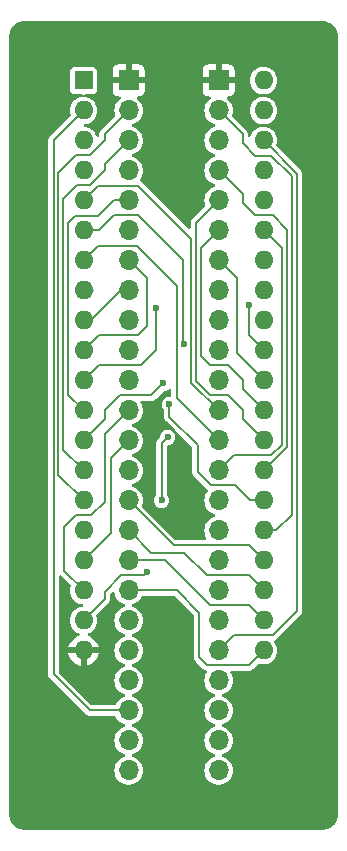
<source format=gbr>
G04 #@! TF.GenerationSoftware,KiCad,Pcbnew,7.0.11+dfsg-1build4*
G04 #@! TF.CreationDate,2024-11-01T15:52:10+09:00*
G04 #@! TF.ProjectId,bionic-cdp1802,62696f6e-6963-42d6-9364-70313830322e,7*
G04 #@! TF.SameCoordinates,Original*
G04 #@! TF.FileFunction,Copper,L2,Bot*
G04 #@! TF.FilePolarity,Positive*
%FSLAX46Y46*%
G04 Gerber Fmt 4.6, Leading zero omitted, Abs format (unit mm)*
G04 Created by KiCad (PCBNEW 7.0.11+dfsg-1build4) date 2024-11-01 15:52:10*
%MOMM*%
%LPD*%
G01*
G04 APERTURE LIST*
G04 #@! TA.AperFunction,ComponentPad*
%ADD10R,1.600000X1.600000*%
G04 #@! TD*
G04 #@! TA.AperFunction,ComponentPad*
%ADD11O,1.600000X1.600000*%
G04 #@! TD*
G04 #@! TA.AperFunction,ComponentPad*
%ADD12O,1.700000X1.700000*%
G04 #@! TD*
G04 #@! TA.AperFunction,ComponentPad*
%ADD13R,1.700000X1.700000*%
G04 #@! TD*
G04 #@! TA.AperFunction,ViaPad*
%ADD14C,0.600000*%
G04 #@! TD*
G04 #@! TA.AperFunction,Conductor*
%ADD15C,0.200000*%
G04 #@! TD*
G04 APERTURE END LIST*
D10*
X107350000Y-75080000D03*
D11*
X107350000Y-77620000D03*
X107350000Y-80160000D03*
X107350000Y-82700000D03*
X107350000Y-85240000D03*
X107350000Y-87780000D03*
X107350000Y-90320000D03*
X107350000Y-92860000D03*
X107350000Y-95400000D03*
X107350000Y-97940000D03*
X107350000Y-100480000D03*
X107350000Y-103020000D03*
X107350000Y-105560000D03*
X107350000Y-108100000D03*
X107350000Y-110640000D03*
X107350000Y-113180000D03*
X107350000Y-115720000D03*
X107350000Y-118260000D03*
X107350000Y-120800000D03*
X107350000Y-123340000D03*
X122590000Y-123340000D03*
X122590000Y-120800000D03*
X122590000Y-118260000D03*
X122590000Y-115720000D03*
X122590000Y-113180000D03*
X122590000Y-110640000D03*
X122590000Y-108100000D03*
X122590000Y-105560000D03*
X122590000Y-103020000D03*
X122590000Y-100480000D03*
X122590000Y-97940000D03*
X122590000Y-95400000D03*
X122590000Y-92860000D03*
X122590000Y-90320000D03*
X122590000Y-87780000D03*
X122590000Y-85240000D03*
X122590000Y-82700000D03*
X122590000Y-80160000D03*
X122590000Y-77620000D03*
X122590000Y-75080000D03*
D12*
X118780000Y-133500000D03*
X118780000Y-130960000D03*
X118780000Y-128420000D03*
X118780000Y-125880000D03*
X118780000Y-123340000D03*
X118780000Y-120800000D03*
X118780000Y-118260000D03*
X118780000Y-115720000D03*
X118780000Y-113180000D03*
X118780000Y-110640000D03*
X118780000Y-108100000D03*
X118780000Y-105560000D03*
X118780000Y-103020000D03*
X118780000Y-100480000D03*
X118780000Y-97940000D03*
X118780000Y-95400000D03*
X118780000Y-92860000D03*
X118780000Y-90320000D03*
X118780000Y-87780000D03*
X118780000Y-85240000D03*
X118780000Y-82700000D03*
X118780000Y-80160000D03*
X118780000Y-77620000D03*
D13*
X118780000Y-75080000D03*
X111160000Y-75080000D03*
D12*
X111160000Y-77620000D03*
X111160000Y-80160000D03*
X111160000Y-82700000D03*
X111160000Y-85240000D03*
X111160000Y-87780000D03*
X111160000Y-90320000D03*
X111160000Y-92860000D03*
X111160000Y-95400000D03*
X111160000Y-97940000D03*
X111160000Y-100480000D03*
X111160000Y-103020000D03*
X111160000Y-105560000D03*
X111160000Y-108100000D03*
X111160000Y-110640000D03*
X111160000Y-113180000D03*
X111160000Y-115720000D03*
X111160000Y-118260000D03*
X111160000Y-120800000D03*
X111160000Y-123340000D03*
X111160000Y-125880000D03*
X111160000Y-128420000D03*
X111160000Y-130960000D03*
X111160000Y-133500000D03*
D14*
X116240000Y-83970000D03*
X115224000Y-106322000D03*
X122590000Y-125118000D03*
X122590000Y-128420000D03*
X114716000Y-120292000D03*
X106207000Y-129690000D03*
X116367000Y-131595000D03*
X115097000Y-109497000D03*
X114116000Y-100734000D03*
X113446000Y-94384000D03*
X112684000Y-116736000D03*
X114462000Y-105306000D03*
X113954000Y-110640000D03*
X115824000Y-97432000D03*
X121320000Y-94130000D03*
X114624000Y-102512000D03*
D15*
X105210000Y-82935000D02*
X106715000Y-81430000D01*
X106715000Y-81430000D02*
X107858000Y-81430000D01*
X109128000Y-79652000D02*
X111160000Y-77620000D01*
X107350000Y-110640000D02*
X105210000Y-108500000D01*
X105210000Y-108500000D02*
X105210000Y-82935000D01*
X107858000Y-81430000D02*
X109128000Y-80160000D01*
X109128000Y-80160000D02*
X109128000Y-79652000D01*
X105610000Y-85151200D02*
X106791200Y-83970000D01*
X106791200Y-83970000D02*
X107858000Y-83970000D01*
X107858000Y-83970000D02*
X109128000Y-82700000D01*
X109128000Y-82700000D02*
X109128000Y-82192000D01*
X109128000Y-82192000D02*
X111160000Y-80160000D01*
X107350000Y-108100000D02*
X105610000Y-106360000D01*
X105610000Y-106360000D02*
X105610000Y-85151200D01*
X114116000Y-100734000D02*
X113100000Y-101750000D01*
X109128000Y-103020000D02*
X109128000Y-103782000D01*
X113100000Y-101750000D02*
X110398000Y-101750000D01*
X110398000Y-101750000D02*
X109128000Y-103020000D01*
X109128000Y-103782000D02*
X107350000Y-105560000D01*
X106010000Y-87185500D02*
X106010000Y-101680000D01*
X108594600Y-86535400D02*
X106660100Y-86535400D01*
X107350000Y-103020000D02*
X107604000Y-102766000D01*
X109890000Y-85240000D02*
X108594600Y-86535400D01*
X106010000Y-101680000D02*
X107350000Y-103020000D01*
X106660100Y-86535400D02*
X106010000Y-87185500D01*
X111160000Y-85240000D02*
X109890000Y-85240000D01*
X113446000Y-94384000D02*
X113446000Y-97940000D01*
X108620000Y-99210000D02*
X107350000Y-100480000D01*
X113446000Y-97940000D02*
X112176000Y-99210000D01*
X112176000Y-99210000D02*
X108620000Y-99210000D01*
X111160000Y-90320000D02*
X112684000Y-91844000D01*
X108620000Y-96670000D02*
X107350000Y-97940000D01*
X111922000Y-96670000D02*
X108620000Y-96670000D01*
X112684000Y-91844000D02*
X112684000Y-95908000D01*
X112684000Y-95908000D02*
X111922000Y-96670000D01*
X110525000Y-92860000D02*
X107985000Y-95400000D01*
X107985000Y-95400000D02*
X107350000Y-95400000D01*
X111160000Y-92860000D02*
X110525000Y-92860000D01*
X110652000Y-95400000D02*
X111160000Y-95400000D01*
X107350000Y-92860000D02*
X108112000Y-92860000D01*
X110525000Y-116990000D02*
X109128000Y-118387000D01*
X109128000Y-119022000D02*
X107350000Y-120800000D01*
X112684000Y-116736000D02*
X112430000Y-116990000D01*
X112430000Y-116990000D02*
X110525000Y-116990000D01*
X109128000Y-118387000D02*
X109128000Y-119022000D01*
X109128000Y-105052000D02*
X109128000Y-110792400D01*
X108010400Y-111910000D02*
X106689600Y-111910000D01*
X106689600Y-111910000D02*
X105699000Y-112900600D01*
X105699000Y-116609000D02*
X107350000Y-118260000D01*
X111160000Y-103020000D02*
X109128000Y-105052000D01*
X109128000Y-110792400D02*
X108010400Y-111910000D01*
X105699000Y-112900600D02*
X105699000Y-116609000D01*
X111160000Y-105560000D02*
X109636000Y-107084000D01*
X109636000Y-113434000D02*
X107350000Y-115720000D01*
X109636000Y-107084000D02*
X109636000Y-113434000D01*
X122590000Y-115720000D02*
X121320000Y-114450000D01*
X121320000Y-114450000D02*
X114970000Y-114450000D01*
X114970000Y-114450000D02*
X111160000Y-110640000D01*
X111160000Y-113180000D02*
X113065000Y-115085000D01*
X121320000Y-116990000D02*
X122590000Y-118260000D01*
X115859000Y-115085000D02*
X117764000Y-116990000D01*
X113065000Y-115085000D02*
X115859000Y-115085000D01*
X117764000Y-116990000D02*
X121320000Y-116990000D01*
X114208000Y-115720000D02*
X118018000Y-119530000D01*
X121320000Y-119530000D02*
X122590000Y-120800000D01*
X111160000Y-115720000D02*
X114208000Y-115720000D01*
X118018000Y-119530000D02*
X121320000Y-119530000D01*
X117827500Y-124610000D02*
X121320000Y-124610000D01*
X117129000Y-120165000D02*
X117129000Y-123911500D01*
X115224000Y-118260000D02*
X117129000Y-120165000D01*
X111160000Y-118260000D02*
X115224000Y-118260000D01*
X121320000Y-124610000D02*
X122590000Y-123340000D01*
X117129000Y-123911500D02*
X117827500Y-124610000D01*
X113954000Y-110640000D02*
X113954000Y-105814000D01*
X113954000Y-105814000D02*
X114462000Y-105306000D01*
X104810000Y-80160000D02*
X107350000Y-77620000D01*
X111160000Y-128420000D02*
X107858000Y-128420000D01*
X104810000Y-125372000D02*
X104810000Y-80160000D01*
X107858000Y-128420000D02*
X104810000Y-125372000D01*
X123352000Y-122070000D02*
X125398400Y-120023600D01*
X118780000Y-123340000D02*
X120050000Y-122070000D01*
X120050000Y-122070000D02*
X123352000Y-122070000D01*
X125398400Y-120023600D02*
X125398400Y-82968400D01*
X125398400Y-82968400D02*
X122590000Y-80160000D01*
X123215635Y-106830000D02*
X120050000Y-106830000D01*
X120050000Y-106830000D02*
X118780000Y-108100000D01*
X118780000Y-107781100D02*
X118780000Y-108100000D01*
X122590000Y-87780000D02*
X124114000Y-89304000D01*
X124114000Y-89304000D02*
X124114000Y-105931635D01*
X124114000Y-105931635D02*
X123215635Y-106830000D01*
X111845800Y-89100800D02*
X108569200Y-89100800D01*
X108569200Y-89100800D02*
X107350000Y-90320000D01*
X115224000Y-92479000D02*
X111845800Y-89100800D01*
X118780000Y-105560000D02*
X115224000Y-102004000D01*
X115224000Y-102004000D02*
X115224000Y-92479000D01*
X107350000Y-85240000D02*
X108594600Y-83995400D01*
X111947400Y-83995400D02*
X116456000Y-88504000D01*
X116456000Y-100696000D02*
X118780000Y-103020000D01*
X108594600Y-83995400D02*
X111947400Y-83995400D01*
X116456000Y-88504000D02*
X116456000Y-100696000D01*
X115824000Y-97432000D02*
X115732000Y-97340000D01*
X115732000Y-90320000D02*
X111922000Y-86510000D01*
X115732000Y-97340000D02*
X115732000Y-90320000D01*
X109890000Y-86510000D02*
X108620000Y-87780000D01*
X108620000Y-87780000D02*
X107350000Y-87780000D01*
X111922000Y-86510000D02*
X109890000Y-86510000D01*
X121320000Y-96670000D02*
X122590000Y-97940000D01*
X121320000Y-94130000D02*
X121320000Y-96670000D01*
X118780000Y-90320000D02*
X120304000Y-91844000D01*
X120304000Y-98194000D02*
X122590000Y-100480000D01*
X120304000Y-91844000D02*
X120304000Y-98194000D01*
X118018000Y-99210000D02*
X119542000Y-99210000D01*
X117256000Y-98448000D02*
X118018000Y-99210000D01*
X119542000Y-99210000D02*
X120812000Y-100480000D01*
X117256000Y-89304000D02*
X117256000Y-98448000D01*
X120812000Y-101242000D02*
X122590000Y-103020000D01*
X118780000Y-87780000D02*
X117256000Y-89304000D01*
X120812000Y-100480000D02*
X120812000Y-101242000D01*
X122590000Y-105954400D02*
X122590000Y-105560000D01*
X118075686Y-101750000D02*
X116856000Y-100530314D01*
X119542000Y-101750000D02*
X118075686Y-101750000D01*
X116856000Y-87164000D02*
X118780000Y-85240000D01*
X116856000Y-100530314D02*
X116856000Y-87164000D01*
X120812000Y-103020000D02*
X119542000Y-101750000D01*
X122590000Y-105560000D02*
X120812000Y-103782000D01*
X120812000Y-103782000D02*
X120812000Y-103020000D01*
X124568100Y-106121900D02*
X124568100Y-87726100D01*
X120812000Y-85494000D02*
X120812000Y-84732000D01*
X124568100Y-87726100D02*
X123352000Y-86510000D01*
X122590000Y-108100000D02*
X124568100Y-106121900D01*
X121828000Y-86510000D02*
X120812000Y-85494000D01*
X120812000Y-84732000D02*
X118780000Y-82700000D01*
X123352000Y-86510000D02*
X121828000Y-86510000D01*
X117002000Y-108227000D02*
X118145000Y-109370000D01*
X120177000Y-109370000D02*
X121447000Y-110640000D01*
X117002000Y-105941000D02*
X117002000Y-108227000D01*
X121447000Y-110640000D02*
X122590000Y-110640000D01*
X114624000Y-103563000D02*
X117002000Y-105941000D01*
X114624000Y-102512000D02*
X114624000Y-103563000D01*
X118145000Y-109370000D02*
X120177000Y-109370000D01*
X123669500Y-113180000D02*
X122590000Y-113180000D01*
X123250400Y-81455400D02*
X124998400Y-83203400D01*
X120812000Y-79652000D02*
X120812000Y-80414000D01*
X120812000Y-80414000D02*
X121853400Y-81455400D01*
X121853400Y-81455400D02*
X123250400Y-81455400D01*
X118780000Y-77620000D02*
X120812000Y-79652000D01*
X124998400Y-111851100D02*
X123669500Y-113180000D01*
X124998400Y-83203400D02*
X124998400Y-111851100D01*
G04 #@! TA.AperFunction,Conductor*
G36*
X105465703Y-117013252D02*
G01*
X105472167Y-117019271D01*
X105853369Y-117400472D01*
X106226142Y-117773245D01*
X106259627Y-117834568D01*
X106257727Y-117894860D01*
X106214244Y-118047687D01*
X106194571Y-118259999D01*
X106194571Y-118260000D01*
X106214244Y-118472310D01*
X106272596Y-118677392D01*
X106272596Y-118677394D01*
X106367632Y-118868253D01*
X106490112Y-119030441D01*
X106496128Y-119038407D01*
X106653698Y-119182052D01*
X106834981Y-119294298D01*
X107033802Y-119371321D01*
X107230613Y-119408111D01*
X107292893Y-119439779D01*
X107328166Y-119500092D01*
X107325232Y-119569900D01*
X107285023Y-119627040D01*
X107230613Y-119651888D01*
X107033802Y-119688679D01*
X107033799Y-119688679D01*
X107033799Y-119688680D01*
X106834982Y-119765701D01*
X106834980Y-119765702D01*
X106653699Y-119877947D01*
X106496127Y-120021593D01*
X106367632Y-120191746D01*
X106272596Y-120382605D01*
X106272596Y-120382607D01*
X106214244Y-120587689D01*
X106194571Y-120799999D01*
X106194571Y-120800000D01*
X106214244Y-121012310D01*
X106272596Y-121217392D01*
X106272596Y-121217394D01*
X106367632Y-121408253D01*
X106491540Y-121572332D01*
X106496128Y-121578407D01*
X106653698Y-121722052D01*
X106834981Y-121834298D01*
X106935449Y-121873219D01*
X106990851Y-121915792D01*
X107014442Y-121981558D01*
X106998731Y-122049639D01*
X106948707Y-122098418D01*
X106922753Y-122108620D01*
X106903683Y-122113730D01*
X106903673Y-122113734D01*
X106697517Y-122209865D01*
X106511179Y-122340342D01*
X106350342Y-122501179D01*
X106219865Y-122687517D01*
X106123734Y-122893673D01*
X106123730Y-122893682D01*
X106071127Y-123089999D01*
X106071128Y-123090000D01*
X107034314Y-123090000D01*
X107022359Y-123101955D01*
X106964835Y-123214852D01*
X106945014Y-123340000D01*
X106964835Y-123465148D01*
X107022359Y-123578045D01*
X107034314Y-123590000D01*
X106071128Y-123590000D01*
X106123730Y-123786317D01*
X106123734Y-123786326D01*
X106219865Y-123992482D01*
X106350342Y-124178820D01*
X106511179Y-124339657D01*
X106697517Y-124470134D01*
X106903673Y-124566265D01*
X106903682Y-124566269D01*
X107099999Y-124618872D01*
X107100000Y-124618871D01*
X107100000Y-123655686D01*
X107111955Y-123667641D01*
X107224852Y-123725165D01*
X107318519Y-123740000D01*
X107381481Y-123740000D01*
X107475148Y-123725165D01*
X107588045Y-123667641D01*
X107600000Y-123655686D01*
X107600000Y-124618872D01*
X107796317Y-124566269D01*
X107796326Y-124566265D01*
X108002482Y-124470134D01*
X108188820Y-124339657D01*
X108349657Y-124178820D01*
X108480134Y-123992482D01*
X108576265Y-123786326D01*
X108576269Y-123786317D01*
X108628872Y-123590000D01*
X107665686Y-123590000D01*
X107677641Y-123578045D01*
X107735165Y-123465148D01*
X107754986Y-123340000D01*
X107735165Y-123214852D01*
X107677641Y-123101955D01*
X107665686Y-123090000D01*
X108628872Y-123090000D01*
X108628872Y-123089999D01*
X108576269Y-122893682D01*
X108576265Y-122893673D01*
X108480134Y-122687517D01*
X108349657Y-122501179D01*
X108188820Y-122340342D01*
X108002482Y-122209865D01*
X107796326Y-122113734D01*
X107796314Y-122113729D01*
X107777247Y-122108620D01*
X107717587Y-122072254D01*
X107687059Y-122009407D01*
X107695356Y-121940031D01*
X107739842Y-121886154D01*
X107764545Y-121873221D01*
X107865019Y-121834298D01*
X108046302Y-121722052D01*
X108203872Y-121578407D01*
X108332366Y-121408255D01*
X108418373Y-121235528D01*
X108427403Y-121217394D01*
X108427403Y-121217393D01*
X108427405Y-121217389D01*
X108485756Y-121012310D01*
X108505429Y-120800000D01*
X108485756Y-120587690D01*
X108442271Y-120434858D01*
X108442857Y-120364994D01*
X108473854Y-120313247D01*
X109423744Y-119363357D01*
X109434093Y-119354109D01*
X109461970Y-119331879D01*
X109494198Y-119284607D01*
X109496812Y-119280923D01*
X109530793Y-119234882D01*
X109530793Y-119234879D01*
X109530795Y-119234878D01*
X109534787Y-119227324D01*
X109538471Y-119219675D01*
X109545764Y-119196030D01*
X109555330Y-119165014D01*
X109556762Y-119160662D01*
X109575646Y-119106699D01*
X109575646Y-119106696D01*
X109577228Y-119098336D01*
X109578500Y-119089899D01*
X109578500Y-119032754D01*
X109578587Y-119028116D01*
X109580725Y-118970990D01*
X109579685Y-118961758D01*
X109580513Y-118961664D01*
X109578500Y-118946361D01*
X109578500Y-118624965D01*
X109598185Y-118557926D01*
X109614810Y-118537293D01*
X109762301Y-118389801D01*
X109823619Y-118356320D01*
X109893311Y-118361304D01*
X109949245Y-118403175D01*
X109973449Y-118466042D01*
X109974885Y-118481536D01*
X109974885Y-118481537D01*
X110035769Y-118695523D01*
X110035775Y-118695538D01*
X110134938Y-118894683D01*
X110134943Y-118894691D01*
X110269020Y-119072238D01*
X110433437Y-119222123D01*
X110433439Y-119222125D01*
X110622595Y-119339245D01*
X110622596Y-119339245D01*
X110622599Y-119339247D01*
X110816524Y-119414374D01*
X110871924Y-119456946D01*
X110895515Y-119522713D01*
X110879804Y-119590793D01*
X110829780Y-119639572D01*
X110816533Y-119645622D01*
X110705389Y-119688680D01*
X110622601Y-119720752D01*
X110622595Y-119720754D01*
X110433439Y-119837874D01*
X110433437Y-119837876D01*
X110269020Y-119987761D01*
X110134943Y-120165308D01*
X110134938Y-120165316D01*
X110035775Y-120364461D01*
X110035769Y-120364476D01*
X109974885Y-120578462D01*
X109974884Y-120578464D01*
X109954357Y-120799999D01*
X109954357Y-120800000D01*
X109974884Y-121021535D01*
X109974885Y-121021537D01*
X110035769Y-121235523D01*
X110035775Y-121235538D01*
X110134938Y-121434683D01*
X110134943Y-121434691D01*
X110269020Y-121612238D01*
X110433437Y-121762123D01*
X110433439Y-121762125D01*
X110622595Y-121879245D01*
X110622596Y-121879245D01*
X110622599Y-121879247D01*
X110816524Y-121954374D01*
X110871924Y-121996946D01*
X110895515Y-122062713D01*
X110879804Y-122130793D01*
X110829780Y-122179572D01*
X110816533Y-122185622D01*
X110691259Y-122234154D01*
X110622601Y-122260752D01*
X110622595Y-122260754D01*
X110433439Y-122377874D01*
X110433437Y-122377876D01*
X110269020Y-122527761D01*
X110134943Y-122705308D01*
X110134938Y-122705316D01*
X110035775Y-122904461D01*
X110035769Y-122904476D01*
X109974885Y-123118462D01*
X109974884Y-123118464D01*
X109954357Y-123339999D01*
X109954357Y-123340000D01*
X109974884Y-123561535D01*
X109974885Y-123561537D01*
X110035769Y-123775523D01*
X110035775Y-123775538D01*
X110134938Y-123974683D01*
X110134943Y-123974691D01*
X110269020Y-124152238D01*
X110433437Y-124302123D01*
X110433439Y-124302125D01*
X110622595Y-124419245D01*
X110622596Y-124419245D01*
X110622599Y-124419247D01*
X110816524Y-124494374D01*
X110871924Y-124536946D01*
X110895515Y-124602713D01*
X110879804Y-124670793D01*
X110829780Y-124719572D01*
X110816533Y-124725622D01*
X110668488Y-124782975D01*
X110622601Y-124800752D01*
X110622595Y-124800754D01*
X110433439Y-124917874D01*
X110433437Y-124917876D01*
X110269020Y-125067761D01*
X110134943Y-125245308D01*
X110134938Y-125245316D01*
X110035775Y-125444461D01*
X110035769Y-125444476D01*
X109974885Y-125658462D01*
X109974884Y-125658464D01*
X109954357Y-125879999D01*
X109954357Y-125880000D01*
X109974884Y-126101535D01*
X109974885Y-126101537D01*
X110035769Y-126315523D01*
X110035775Y-126315538D01*
X110134938Y-126514683D01*
X110134943Y-126514691D01*
X110269020Y-126692238D01*
X110433437Y-126842123D01*
X110433439Y-126842125D01*
X110622595Y-126959245D01*
X110622596Y-126959245D01*
X110622599Y-126959247D01*
X110816524Y-127034374D01*
X110871924Y-127076946D01*
X110895515Y-127142713D01*
X110879804Y-127210793D01*
X110829780Y-127259572D01*
X110816533Y-127265622D01*
X110668488Y-127322975D01*
X110622601Y-127340752D01*
X110622595Y-127340754D01*
X110433439Y-127457874D01*
X110433437Y-127457876D01*
X110269020Y-127607761D01*
X110134943Y-127785308D01*
X110134936Y-127785320D01*
X110077449Y-127900771D01*
X110029946Y-127952009D01*
X109966449Y-127969500D01*
X108095966Y-127969500D01*
X108028927Y-127949815D01*
X108008285Y-127933181D01*
X105296819Y-125221715D01*
X105263334Y-125160392D01*
X105260500Y-125134034D01*
X105260500Y-117106965D01*
X105280185Y-117039926D01*
X105332989Y-116994171D01*
X105402147Y-116984227D01*
X105465703Y-117013252D01*
G37*
G04 #@! TD.AperFunction*
G04 #@! TA.AperFunction,Conductor*
G36*
X114699770Y-101182729D02*
G01*
X114753073Y-101227901D01*
X114773493Y-101294721D01*
X114773500Y-101296082D01*
X114773500Y-101737500D01*
X114753815Y-101804539D01*
X114701011Y-101850294D01*
X114649500Y-101861500D01*
X114545014Y-101861500D01*
X114391634Y-101899303D01*
X114251762Y-101972715D01*
X114133516Y-102077471D01*
X114043781Y-102207475D01*
X114043780Y-102207476D01*
X113987762Y-102355181D01*
X113968722Y-102511999D01*
X113968722Y-102512000D01*
X113987762Y-102668818D01*
X114018346Y-102749459D01*
X114043780Y-102816523D01*
X114057073Y-102835781D01*
X114133518Y-102946532D01*
X114138491Y-102952145D01*
X114137044Y-102953426D01*
X114168850Y-103004120D01*
X114173500Y-103037759D01*
X114173500Y-103530738D01*
X114172720Y-103544623D01*
X114168729Y-103580036D01*
X114179355Y-103636196D01*
X114180132Y-103640765D01*
X114188652Y-103697291D01*
X114191162Y-103705427D01*
X114193976Y-103713470D01*
X114193976Y-103713471D01*
X114193977Y-103713472D01*
X114219200Y-103761197D01*
X114220688Y-103764011D01*
X114222776Y-103768149D01*
X114247574Y-103819641D01*
X114252362Y-103826665D01*
X114257431Y-103833532D01*
X114257434Y-103833538D01*
X114257438Y-103833542D01*
X114297846Y-103873950D01*
X114301063Y-103877289D01*
X114337251Y-103916291D01*
X114339947Y-103919196D01*
X114347210Y-103924988D01*
X114346689Y-103925641D01*
X114358930Y-103935034D01*
X115056466Y-104632570D01*
X115089951Y-104693892D01*
X115089644Y-104698178D01*
X115143675Y-104720732D01*
X115153285Y-104729389D01*
X116515181Y-106091284D01*
X116548666Y-106152607D01*
X116551500Y-106178965D01*
X116551500Y-108194738D01*
X116550720Y-108208623D01*
X116546729Y-108244036D01*
X116557355Y-108300196D01*
X116558132Y-108304765D01*
X116566652Y-108361291D01*
X116569162Y-108369427D01*
X116571976Y-108377470D01*
X116571976Y-108377471D01*
X116571977Y-108377472D01*
X116591334Y-108414098D01*
X116598688Y-108428011D01*
X116600776Y-108432149D01*
X116625574Y-108483641D01*
X116630362Y-108490665D01*
X116635431Y-108497532D01*
X116635434Y-108497538D01*
X116635438Y-108497542D01*
X116675846Y-108537950D01*
X116679063Y-108541289D01*
X116717947Y-108583196D01*
X116725210Y-108588988D01*
X116724689Y-108589641D01*
X116736930Y-108599034D01*
X117803630Y-109665733D01*
X117812895Y-109676100D01*
X117822179Y-109687742D01*
X117835121Y-109703970D01*
X117835125Y-109703973D01*
X117839649Y-109708171D01*
X117875401Y-109768201D01*
X117873023Y-109838030D01*
X117854258Y-109873793D01*
X117754947Y-110005302D01*
X117754938Y-110005316D01*
X117655775Y-110204461D01*
X117655769Y-110204476D01*
X117594885Y-110418462D01*
X117594884Y-110418464D01*
X117574357Y-110639999D01*
X117574357Y-110640000D01*
X117594884Y-110861535D01*
X117594885Y-110861537D01*
X117655769Y-111075523D01*
X117655775Y-111075538D01*
X117754938Y-111274683D01*
X117754943Y-111274691D01*
X117889020Y-111452238D01*
X118053437Y-111602123D01*
X118053439Y-111602125D01*
X118242595Y-111719245D01*
X118242596Y-111719245D01*
X118242599Y-111719247D01*
X118436524Y-111794374D01*
X118491924Y-111836946D01*
X118515515Y-111902713D01*
X118499804Y-111970793D01*
X118449780Y-112019572D01*
X118436533Y-112025622D01*
X118325389Y-112068680D01*
X118242601Y-112100752D01*
X118242595Y-112100754D01*
X118053439Y-112217874D01*
X118053437Y-112217876D01*
X117889020Y-112367761D01*
X117754943Y-112545308D01*
X117754938Y-112545316D01*
X117655775Y-112744461D01*
X117655769Y-112744476D01*
X117594885Y-112958462D01*
X117594884Y-112958464D01*
X117574357Y-113179999D01*
X117574357Y-113180000D01*
X117594884Y-113401535D01*
X117594885Y-113401537D01*
X117655769Y-113615523D01*
X117655775Y-113615538D01*
X117757497Y-113819821D01*
X117755142Y-113820993D01*
X117770731Y-113877584D01*
X117749923Y-113944283D01*
X117696358Y-113989144D01*
X117646749Y-113999500D01*
X115207965Y-113999500D01*
X115140926Y-113979815D01*
X115120284Y-113963181D01*
X112324326Y-111167223D01*
X112290841Y-111105900D01*
X112292740Y-111045611D01*
X112345115Y-110861536D01*
X112365643Y-110640000D01*
X113298722Y-110640000D01*
X113317762Y-110796818D01*
X113370446Y-110935733D01*
X113373780Y-110944523D01*
X113463517Y-111074530D01*
X113581760Y-111179283D01*
X113581762Y-111179284D01*
X113721634Y-111252696D01*
X113875014Y-111290500D01*
X113875015Y-111290500D01*
X114032985Y-111290500D01*
X114186365Y-111252696D01*
X114194823Y-111248257D01*
X114326240Y-111179283D01*
X114444483Y-111074530D01*
X114534220Y-110944523D01*
X114590237Y-110796818D01*
X114609278Y-110640000D01*
X114590237Y-110483182D01*
X114534220Y-110335477D01*
X114444483Y-110205470D01*
X114444479Y-110205466D01*
X114439509Y-110199856D01*
X114440953Y-110198576D01*
X114409145Y-110147860D01*
X114404500Y-110114240D01*
X114404500Y-106080500D01*
X114424185Y-106013461D01*
X114476989Y-105967706D01*
X114528500Y-105956500D01*
X114540985Y-105956500D01*
X114694365Y-105918696D01*
X114834240Y-105845283D01*
X114952483Y-105740530D01*
X115042220Y-105610523D01*
X115098237Y-105462818D01*
X115117278Y-105306000D01*
X115098870Y-105154391D01*
X115098237Y-105149181D01*
X115054090Y-105032776D01*
X115042220Y-105001477D01*
X114963553Y-104887508D01*
X114946984Y-104837267D01*
X114909358Y-104829082D01*
X114886559Y-104813066D01*
X114834240Y-104766717D01*
X114834238Y-104766715D01*
X114694365Y-104693303D01*
X114540986Y-104655500D01*
X114540985Y-104655500D01*
X114383015Y-104655500D01*
X114383014Y-104655500D01*
X114229634Y-104693303D01*
X114089762Y-104766715D01*
X113971516Y-104871471D01*
X113881781Y-105001475D01*
X113881780Y-105001476D01*
X113825763Y-105149180D01*
X113809367Y-105284209D01*
X113781745Y-105348387D01*
X113773952Y-105356943D01*
X113658263Y-105472632D01*
X113647898Y-105481895D01*
X113620033Y-105504117D01*
X113620030Y-105504121D01*
X113587823Y-105551357D01*
X113585144Y-105555132D01*
X113551206Y-105601118D01*
X113547216Y-105608667D01*
X113543528Y-105616325D01*
X113526673Y-105670967D01*
X113525225Y-105675368D01*
X113506353Y-105729304D01*
X113504771Y-105737659D01*
X113503500Y-105746100D01*
X113503500Y-105803260D01*
X113503413Y-105807897D01*
X113501275Y-105865009D01*
X113502316Y-105874243D01*
X113501485Y-105874336D01*
X113503500Y-105889635D01*
X113503500Y-110114240D01*
X113483815Y-110181279D01*
X113468153Y-110199556D01*
X113468491Y-110199856D01*
X113463515Y-110205472D01*
X113373781Y-110335475D01*
X113373780Y-110335476D01*
X113317762Y-110483181D01*
X113298722Y-110639999D01*
X113298722Y-110640000D01*
X112365643Y-110640000D01*
X112345115Y-110418464D01*
X112284229Y-110204472D01*
X112284224Y-110204461D01*
X112185061Y-110005316D01*
X112185056Y-110005308D01*
X112050979Y-109827761D01*
X111886562Y-109677876D01*
X111886560Y-109677874D01*
X111697404Y-109560754D01*
X111697395Y-109560750D01*
X111603956Y-109524552D01*
X111503475Y-109485625D01*
X111448075Y-109443054D01*
X111424484Y-109377288D01*
X111440195Y-109309207D01*
X111490219Y-109260428D01*
X111503466Y-109254377D01*
X111697401Y-109179247D01*
X111886562Y-109062124D01*
X112045222Y-108917486D01*
X112050979Y-108912238D01*
X112057244Y-108903943D01*
X112185058Y-108734689D01*
X112284229Y-108535528D01*
X112345115Y-108321536D01*
X112365643Y-108100000D01*
X112345115Y-107878464D01*
X112284229Y-107664472D01*
X112284224Y-107664461D01*
X112185061Y-107465316D01*
X112185056Y-107465308D01*
X112050979Y-107287761D01*
X111886562Y-107137876D01*
X111886560Y-107137874D01*
X111697404Y-107020754D01*
X111697395Y-107020750D01*
X111603956Y-106984552D01*
X111503475Y-106945625D01*
X111448075Y-106903054D01*
X111424484Y-106837288D01*
X111440195Y-106769207D01*
X111490219Y-106720428D01*
X111503466Y-106714377D01*
X111697401Y-106639247D01*
X111886562Y-106522124D01*
X112043013Y-106379500D01*
X112050979Y-106372238D01*
X112057139Y-106364082D01*
X112185058Y-106194689D01*
X112284229Y-105995528D01*
X112345115Y-105781536D01*
X112365643Y-105560000D01*
X112365019Y-105553271D01*
X112345115Y-105338464D01*
X112345114Y-105338462D01*
X112331315Y-105289964D01*
X112284229Y-105124472D01*
X112284224Y-105124461D01*
X112185061Y-104925316D01*
X112185056Y-104925308D01*
X112050979Y-104747761D01*
X111886562Y-104597876D01*
X111886560Y-104597874D01*
X111697404Y-104480754D01*
X111697395Y-104480750D01*
X111603956Y-104444552D01*
X111503475Y-104405625D01*
X111448075Y-104363054D01*
X111424484Y-104297288D01*
X111440195Y-104229207D01*
X111490219Y-104180428D01*
X111503466Y-104174377D01*
X111697401Y-104099247D01*
X111886562Y-103982124D01*
X112031602Y-103849902D01*
X112050979Y-103832238D01*
X112060492Y-103819642D01*
X112185058Y-103654689D01*
X112284229Y-103455528D01*
X112345115Y-103241536D01*
X112365643Y-103020000D01*
X112352482Y-102877973D01*
X112345115Y-102798464D01*
X112345114Y-102798462D01*
X112339718Y-102779498D01*
X112284229Y-102584472D01*
X112269104Y-102554098D01*
X112182503Y-102380179D01*
X112184857Y-102379006D01*
X112169269Y-102322416D01*
X112190077Y-102255717D01*
X112243642Y-102210856D01*
X112293251Y-102200500D01*
X113067738Y-102200500D01*
X113081620Y-102201279D01*
X113094421Y-102202722D01*
X113117033Y-102205270D01*
X113117033Y-102205269D01*
X113117035Y-102205270D01*
X113173236Y-102194635D01*
X113177726Y-102193872D01*
X113234287Y-102185348D01*
X113234291Y-102185345D01*
X113242447Y-102182830D01*
X113250469Y-102180024D01*
X113250470Y-102180023D01*
X113250472Y-102180023D01*
X113301088Y-102153270D01*
X113305093Y-102151248D01*
X113356642Y-102126425D01*
X113356643Y-102126423D01*
X113356645Y-102126423D01*
X113363695Y-102121616D01*
X113370534Y-102116567D01*
X113370538Y-102116566D01*
X113410974Y-102076128D01*
X113414260Y-102072962D01*
X113456194Y-102034055D01*
X113456196Y-102034050D01*
X113461987Y-102026790D01*
X113462643Y-102027313D01*
X113472032Y-102015070D01*
X114066284Y-101420819D01*
X114127607Y-101387334D01*
X114153965Y-101384500D01*
X114194985Y-101384500D01*
X114348365Y-101346696D01*
X114488237Y-101273285D01*
X114488238Y-101273283D01*
X114488240Y-101273283D01*
X114567274Y-101203265D01*
X114630506Y-101173545D01*
X114699770Y-101182729D01*
G37*
G04 #@! TD.AperFunction*
G04 #@! TA.AperFunction,Conductor*
G36*
X127674853Y-70075882D02*
G01*
X127704568Y-70078220D01*
X127847136Y-70089440D01*
X127866346Y-70092483D01*
X128029638Y-70131686D01*
X128048130Y-70137694D01*
X128171090Y-70188626D01*
X128203277Y-70201959D01*
X128220614Y-70210793D01*
X128363786Y-70298529D01*
X128379527Y-70309965D01*
X128507217Y-70419022D01*
X128520977Y-70432782D01*
X128630034Y-70560472D01*
X128641470Y-70576213D01*
X128729206Y-70719385D01*
X128738040Y-70736722D01*
X128802302Y-70891862D01*
X128808315Y-70910368D01*
X128847515Y-71073648D01*
X128850559Y-71092866D01*
X128864118Y-71265146D01*
X128864500Y-71274875D01*
X128864500Y-137305124D01*
X128864118Y-137314853D01*
X128850559Y-137487133D01*
X128847515Y-137506351D01*
X128808315Y-137669631D01*
X128802302Y-137688137D01*
X128738040Y-137843277D01*
X128729206Y-137860614D01*
X128641470Y-138003786D01*
X128630034Y-138019527D01*
X128520977Y-138147217D01*
X128507217Y-138160977D01*
X128379527Y-138270034D01*
X128363786Y-138281470D01*
X128220614Y-138369206D01*
X128203277Y-138378040D01*
X128048137Y-138442302D01*
X128029631Y-138448315D01*
X127866351Y-138487515D01*
X127847133Y-138490559D01*
X127674854Y-138504118D01*
X127665125Y-138504500D01*
X102274875Y-138504500D01*
X102265146Y-138504118D01*
X102092866Y-138490559D01*
X102073648Y-138487515D01*
X101910368Y-138448315D01*
X101891862Y-138442302D01*
X101736722Y-138378040D01*
X101719385Y-138369206D01*
X101576213Y-138281470D01*
X101560472Y-138270034D01*
X101432782Y-138160977D01*
X101419022Y-138147217D01*
X101309965Y-138019527D01*
X101298529Y-138003786D01*
X101210793Y-137860614D01*
X101201959Y-137843277D01*
X101188626Y-137811090D01*
X101137694Y-137688130D01*
X101131686Y-137669638D01*
X101092483Y-137506346D01*
X101089440Y-137487132D01*
X101075882Y-137314852D01*
X101075500Y-137305124D01*
X101075500Y-125389036D01*
X104354729Y-125389036D01*
X104365355Y-125445196D01*
X104366132Y-125449765D01*
X104374652Y-125506291D01*
X104377162Y-125514427D01*
X104379976Y-125522470D01*
X104406688Y-125573011D01*
X104408776Y-125577149D01*
X104433574Y-125628641D01*
X104438362Y-125635665D01*
X104443431Y-125642532D01*
X104443434Y-125642538D01*
X104443438Y-125642542D01*
X104483846Y-125682950D01*
X104487063Y-125686289D01*
X104525947Y-125728196D01*
X104533210Y-125733988D01*
X104532689Y-125734641D01*
X104544930Y-125744034D01*
X107516630Y-128715733D01*
X107525895Y-128726100D01*
X107548121Y-128753970D01*
X107548123Y-128753972D01*
X107595363Y-128786180D01*
X107599145Y-128788863D01*
X107645118Y-128822793D01*
X107652654Y-128826776D01*
X107660319Y-128830467D01*
X107660327Y-128830472D01*
X107685188Y-128838140D01*
X107714980Y-128847330D01*
X107719371Y-128848774D01*
X107773301Y-128867646D01*
X107773305Y-128867646D01*
X107781679Y-128869230D01*
X107790096Y-128870499D01*
X107790098Y-128870500D01*
X107847262Y-128870500D01*
X107851898Y-128870586D01*
X107909010Y-128872724D01*
X107918244Y-128871684D01*
X107918337Y-128872513D01*
X107933636Y-128870500D01*
X109966449Y-128870500D01*
X110033488Y-128890185D01*
X110077449Y-128939229D01*
X110134936Y-129054679D01*
X110134943Y-129054691D01*
X110269020Y-129232238D01*
X110433437Y-129382123D01*
X110433439Y-129382125D01*
X110622595Y-129499245D01*
X110622596Y-129499245D01*
X110622599Y-129499247D01*
X110816524Y-129574374D01*
X110871924Y-129616946D01*
X110895515Y-129682713D01*
X110879804Y-129750793D01*
X110829780Y-129799572D01*
X110816533Y-129805622D01*
X110668488Y-129862975D01*
X110622601Y-129880752D01*
X110622595Y-129880754D01*
X110433439Y-129997874D01*
X110433437Y-129997876D01*
X110269020Y-130147761D01*
X110134943Y-130325308D01*
X110134938Y-130325316D01*
X110035775Y-130524461D01*
X110035769Y-130524476D01*
X109974885Y-130738462D01*
X109974884Y-130738464D01*
X109954357Y-130959999D01*
X109954357Y-130960000D01*
X109974884Y-131181535D01*
X109974885Y-131181537D01*
X110035769Y-131395523D01*
X110035775Y-131395538D01*
X110134938Y-131594683D01*
X110134943Y-131594691D01*
X110269020Y-131772238D01*
X110433437Y-131922123D01*
X110433439Y-131922125D01*
X110622595Y-132039245D01*
X110622596Y-132039245D01*
X110622599Y-132039247D01*
X110816524Y-132114374D01*
X110871924Y-132156946D01*
X110895515Y-132222713D01*
X110879804Y-132290793D01*
X110829780Y-132339572D01*
X110816533Y-132345622D01*
X110668488Y-132402975D01*
X110622601Y-132420752D01*
X110622595Y-132420754D01*
X110433439Y-132537874D01*
X110433437Y-132537876D01*
X110269020Y-132687761D01*
X110134943Y-132865308D01*
X110134938Y-132865316D01*
X110035775Y-133064461D01*
X110035769Y-133064476D01*
X109974885Y-133278462D01*
X109974884Y-133278464D01*
X109954357Y-133499999D01*
X109954357Y-133500000D01*
X109974884Y-133721535D01*
X109974885Y-133721537D01*
X110035769Y-133935523D01*
X110035775Y-133935538D01*
X110134938Y-134134683D01*
X110134943Y-134134691D01*
X110269020Y-134312238D01*
X110433437Y-134462123D01*
X110433439Y-134462125D01*
X110622595Y-134579245D01*
X110622596Y-134579245D01*
X110622599Y-134579247D01*
X110830060Y-134659618D01*
X111048757Y-134700500D01*
X111048759Y-134700500D01*
X111271241Y-134700500D01*
X111271243Y-134700500D01*
X111489940Y-134659618D01*
X111697401Y-134579247D01*
X111886562Y-134462124D01*
X112050981Y-134312236D01*
X112185058Y-134134689D01*
X112284229Y-133935528D01*
X112345115Y-133721536D01*
X112365643Y-133500000D01*
X112345115Y-133278464D01*
X112284229Y-133064472D01*
X112284224Y-133064461D01*
X112185061Y-132865316D01*
X112185056Y-132865308D01*
X112050979Y-132687761D01*
X111886562Y-132537876D01*
X111886560Y-132537874D01*
X111697404Y-132420754D01*
X111697395Y-132420750D01*
X111603956Y-132384552D01*
X111503475Y-132345625D01*
X111448075Y-132303054D01*
X111424484Y-132237288D01*
X111440195Y-132169207D01*
X111490219Y-132120428D01*
X111503466Y-132114377D01*
X111697401Y-132039247D01*
X111886562Y-131922124D01*
X112050981Y-131772236D01*
X112185058Y-131594689D01*
X112284229Y-131395528D01*
X112345115Y-131181536D01*
X112365643Y-130960000D01*
X112345115Y-130738464D01*
X112284229Y-130524472D01*
X112284224Y-130524461D01*
X112185061Y-130325316D01*
X112185056Y-130325308D01*
X112050979Y-130147761D01*
X111886562Y-129997876D01*
X111886560Y-129997874D01*
X111697404Y-129880754D01*
X111697395Y-129880750D01*
X111603956Y-129844552D01*
X111503475Y-129805625D01*
X111448075Y-129763054D01*
X111424484Y-129697288D01*
X111440195Y-129629207D01*
X111490219Y-129580428D01*
X111503466Y-129574377D01*
X111697401Y-129499247D01*
X111886562Y-129382124D01*
X112050981Y-129232236D01*
X112185058Y-129054689D01*
X112284229Y-128855528D01*
X112345115Y-128641536D01*
X112365643Y-128420000D01*
X112345115Y-128198464D01*
X112284229Y-127984472D01*
X112276774Y-127969500D01*
X112185061Y-127785316D01*
X112185056Y-127785308D01*
X112050979Y-127607761D01*
X111886562Y-127457876D01*
X111886560Y-127457874D01*
X111697404Y-127340754D01*
X111697395Y-127340750D01*
X111603956Y-127304552D01*
X111503475Y-127265625D01*
X111448075Y-127223054D01*
X111424484Y-127157288D01*
X111440195Y-127089207D01*
X111490219Y-127040428D01*
X111503466Y-127034377D01*
X111697401Y-126959247D01*
X111886562Y-126842124D01*
X112050981Y-126692236D01*
X112185058Y-126514689D01*
X112284229Y-126315528D01*
X112345115Y-126101536D01*
X112365643Y-125880000D01*
X112345115Y-125658464D01*
X112284229Y-125444472D01*
X112256625Y-125389036D01*
X112185061Y-125245316D01*
X112185056Y-125245308D01*
X112050979Y-125067761D01*
X111886562Y-124917876D01*
X111886560Y-124917874D01*
X111697404Y-124800754D01*
X111697395Y-124800750D01*
X111603956Y-124764552D01*
X111503475Y-124725625D01*
X111448075Y-124683054D01*
X111424484Y-124617288D01*
X111440195Y-124549207D01*
X111490219Y-124500428D01*
X111503466Y-124494377D01*
X111697401Y-124419247D01*
X111886562Y-124302124D01*
X112050981Y-124152236D01*
X112185058Y-123974689D01*
X112284229Y-123775528D01*
X112345115Y-123561536D01*
X112365643Y-123340000D01*
X112345115Y-123118464D01*
X112284229Y-122904472D01*
X112284224Y-122904461D01*
X112185061Y-122705316D01*
X112185056Y-122705308D01*
X112050979Y-122527761D01*
X111886562Y-122377876D01*
X111886560Y-122377874D01*
X111697404Y-122260754D01*
X111697395Y-122260750D01*
X111566044Y-122209865D01*
X111503475Y-122185625D01*
X111448075Y-122143054D01*
X111424484Y-122077288D01*
X111440195Y-122009207D01*
X111490219Y-121960428D01*
X111503466Y-121954377D01*
X111697401Y-121879247D01*
X111886562Y-121762124D01*
X112043013Y-121619500D01*
X112050979Y-121612238D01*
X112057139Y-121604082D01*
X112185058Y-121434689D01*
X112284229Y-121235528D01*
X112345115Y-121021536D01*
X112365643Y-120800000D01*
X112345115Y-120578464D01*
X112284229Y-120364472D01*
X112284224Y-120364461D01*
X112185061Y-120165316D01*
X112185056Y-120165308D01*
X112050979Y-119987761D01*
X111886562Y-119837876D01*
X111886560Y-119837874D01*
X111697404Y-119720754D01*
X111697395Y-119720750D01*
X111603956Y-119684552D01*
X111503475Y-119645625D01*
X111448075Y-119603054D01*
X111424484Y-119537288D01*
X111440195Y-119469207D01*
X111490219Y-119420428D01*
X111503466Y-119414377D01*
X111697401Y-119339247D01*
X111886562Y-119222124D01*
X112045222Y-119077486D01*
X112050979Y-119072238D01*
X112060361Y-119059815D01*
X112185058Y-118894689D01*
X112242551Y-118779229D01*
X112290054Y-118727991D01*
X112353551Y-118710500D01*
X114986034Y-118710500D01*
X115053073Y-118730185D01*
X115073715Y-118746819D01*
X116642181Y-120315284D01*
X116675666Y-120376607D01*
X116678500Y-120402965D01*
X116678500Y-123879238D01*
X116677720Y-123893123D01*
X116673729Y-123928536D01*
X116684355Y-123984696D01*
X116685132Y-123989265D01*
X116693652Y-124045791D01*
X116696162Y-124053927D01*
X116698976Y-124061970D01*
X116725688Y-124112511D01*
X116727776Y-124116649D01*
X116752574Y-124168141D01*
X116757362Y-124175165D01*
X116762431Y-124182032D01*
X116762434Y-124182038D01*
X116762438Y-124182042D01*
X116802846Y-124222450D01*
X116806063Y-124225789D01*
X116844947Y-124267696D01*
X116852210Y-124273488D01*
X116851689Y-124274141D01*
X116863930Y-124283534D01*
X117486130Y-124905733D01*
X117495395Y-124916100D01*
X117517621Y-124943970D01*
X117517623Y-124943972D01*
X117564863Y-124976180D01*
X117568645Y-124978863D01*
X117614618Y-125012793D01*
X117622154Y-125016776D01*
X117629819Y-125020467D01*
X117629827Y-125020472D01*
X117654688Y-125028140D01*
X117684480Y-125037330D01*
X117688854Y-125038768D01*
X117704076Y-125044095D01*
X117760850Y-125084813D01*
X117786600Y-125149765D01*
X117773146Y-125218327D01*
X117762078Y-125235860D01*
X117754946Y-125245304D01*
X117754938Y-125245316D01*
X117655775Y-125444461D01*
X117655769Y-125444476D01*
X117594885Y-125658462D01*
X117594884Y-125658464D01*
X117574357Y-125879999D01*
X117574357Y-125880000D01*
X117594884Y-126101535D01*
X117594885Y-126101537D01*
X117655769Y-126315523D01*
X117655775Y-126315538D01*
X117754938Y-126514683D01*
X117754943Y-126514691D01*
X117889020Y-126692238D01*
X118053437Y-126842123D01*
X118053439Y-126842125D01*
X118242595Y-126959245D01*
X118242596Y-126959245D01*
X118242599Y-126959247D01*
X118436524Y-127034374D01*
X118491924Y-127076946D01*
X118515515Y-127142713D01*
X118499804Y-127210793D01*
X118449780Y-127259572D01*
X118436533Y-127265622D01*
X118288488Y-127322975D01*
X118242601Y-127340752D01*
X118242595Y-127340754D01*
X118053439Y-127457874D01*
X118053437Y-127457876D01*
X117889020Y-127607761D01*
X117754943Y-127785308D01*
X117754938Y-127785316D01*
X117655775Y-127984461D01*
X117655769Y-127984476D01*
X117594885Y-128198462D01*
X117594884Y-128198464D01*
X117574357Y-128419999D01*
X117574357Y-128420000D01*
X117594884Y-128641535D01*
X117594885Y-128641537D01*
X117655769Y-128855523D01*
X117655775Y-128855538D01*
X117754938Y-129054683D01*
X117754943Y-129054691D01*
X117889020Y-129232238D01*
X118053437Y-129382123D01*
X118053439Y-129382125D01*
X118242595Y-129499245D01*
X118242596Y-129499245D01*
X118242599Y-129499247D01*
X118436524Y-129574374D01*
X118491924Y-129616946D01*
X118515515Y-129682713D01*
X118499804Y-129750793D01*
X118449780Y-129799572D01*
X118436533Y-129805622D01*
X118288488Y-129862975D01*
X118242601Y-129880752D01*
X118242595Y-129880754D01*
X118053439Y-129997874D01*
X118053437Y-129997876D01*
X117889020Y-130147761D01*
X117754943Y-130325308D01*
X117754938Y-130325316D01*
X117655775Y-130524461D01*
X117655769Y-130524476D01*
X117594885Y-130738462D01*
X117594884Y-130738464D01*
X117574357Y-130959999D01*
X117574357Y-130960000D01*
X117594884Y-131181535D01*
X117594885Y-131181537D01*
X117655769Y-131395523D01*
X117655775Y-131395538D01*
X117754938Y-131594683D01*
X117754943Y-131594691D01*
X117889020Y-131772238D01*
X118053437Y-131922123D01*
X118053439Y-131922125D01*
X118242595Y-132039245D01*
X118242596Y-132039245D01*
X118242599Y-132039247D01*
X118436524Y-132114374D01*
X118491924Y-132156946D01*
X118515515Y-132222713D01*
X118499804Y-132290793D01*
X118449780Y-132339572D01*
X118436533Y-132345622D01*
X118288488Y-132402975D01*
X118242601Y-132420752D01*
X118242595Y-132420754D01*
X118053439Y-132537874D01*
X118053437Y-132537876D01*
X117889020Y-132687761D01*
X117754943Y-132865308D01*
X117754938Y-132865316D01*
X117655775Y-133064461D01*
X117655769Y-133064476D01*
X117594885Y-133278462D01*
X117594884Y-133278464D01*
X117574357Y-133499999D01*
X117574357Y-133500000D01*
X117594884Y-133721535D01*
X117594885Y-133721537D01*
X117655769Y-133935523D01*
X117655775Y-133935538D01*
X117754938Y-134134683D01*
X117754943Y-134134691D01*
X117889020Y-134312238D01*
X118053437Y-134462123D01*
X118053439Y-134462125D01*
X118242595Y-134579245D01*
X118242596Y-134579245D01*
X118242599Y-134579247D01*
X118450060Y-134659618D01*
X118668757Y-134700500D01*
X118668759Y-134700500D01*
X118891241Y-134700500D01*
X118891243Y-134700500D01*
X119109940Y-134659618D01*
X119317401Y-134579247D01*
X119506562Y-134462124D01*
X119670981Y-134312236D01*
X119805058Y-134134689D01*
X119904229Y-133935528D01*
X119965115Y-133721536D01*
X119985643Y-133500000D01*
X119965115Y-133278464D01*
X119904229Y-133064472D01*
X119904224Y-133064461D01*
X119805061Y-132865316D01*
X119805056Y-132865308D01*
X119670979Y-132687761D01*
X119506562Y-132537876D01*
X119506560Y-132537874D01*
X119317404Y-132420754D01*
X119317395Y-132420750D01*
X119223956Y-132384552D01*
X119123475Y-132345625D01*
X119068075Y-132303054D01*
X119044484Y-132237288D01*
X119060195Y-132169207D01*
X119110219Y-132120428D01*
X119123466Y-132114377D01*
X119317401Y-132039247D01*
X119506562Y-131922124D01*
X119670981Y-131772236D01*
X119805058Y-131594689D01*
X119904229Y-131395528D01*
X119965115Y-131181536D01*
X119985643Y-130960000D01*
X119965115Y-130738464D01*
X119904229Y-130524472D01*
X119904224Y-130524461D01*
X119805061Y-130325316D01*
X119805056Y-130325308D01*
X119670979Y-130147761D01*
X119506562Y-129997876D01*
X119506560Y-129997874D01*
X119317404Y-129880754D01*
X119317395Y-129880750D01*
X119223956Y-129844552D01*
X119123475Y-129805625D01*
X119068075Y-129763054D01*
X119044484Y-129697288D01*
X119060195Y-129629207D01*
X119110219Y-129580428D01*
X119123466Y-129574377D01*
X119317401Y-129499247D01*
X119506562Y-129382124D01*
X119670981Y-129232236D01*
X119805058Y-129054689D01*
X119904229Y-128855528D01*
X119965115Y-128641536D01*
X119985643Y-128420000D01*
X119965115Y-128198464D01*
X119904229Y-127984472D01*
X119896774Y-127969500D01*
X119805061Y-127785316D01*
X119805056Y-127785308D01*
X119670979Y-127607761D01*
X119506562Y-127457876D01*
X119506560Y-127457874D01*
X119317404Y-127340754D01*
X119317395Y-127340750D01*
X119223956Y-127304552D01*
X119123475Y-127265625D01*
X119068075Y-127223054D01*
X119044484Y-127157288D01*
X119060195Y-127089207D01*
X119110219Y-127040428D01*
X119123466Y-127034377D01*
X119317401Y-126959247D01*
X119506562Y-126842124D01*
X119670981Y-126692236D01*
X119805058Y-126514689D01*
X119904229Y-126315528D01*
X119965115Y-126101536D01*
X119985643Y-125880000D01*
X119965115Y-125658464D01*
X119904229Y-125444472D01*
X119876624Y-125389035D01*
X119802503Y-125240179D01*
X119804857Y-125239006D01*
X119789269Y-125182416D01*
X119810077Y-125115717D01*
X119863642Y-125070856D01*
X119913251Y-125060500D01*
X121287738Y-125060500D01*
X121301620Y-125061279D01*
X121314421Y-125062722D01*
X121337033Y-125065270D01*
X121337033Y-125065269D01*
X121337035Y-125065270D01*
X121393236Y-125054635D01*
X121397726Y-125053872D01*
X121454287Y-125045348D01*
X121454291Y-125045345D01*
X121462447Y-125042830D01*
X121470469Y-125040024D01*
X121470470Y-125040023D01*
X121470472Y-125040023D01*
X121521088Y-125013270D01*
X121525093Y-125011248D01*
X121576642Y-124986425D01*
X121576643Y-124986423D01*
X121576645Y-124986423D01*
X121583695Y-124981616D01*
X121590534Y-124976567D01*
X121590538Y-124976566D01*
X121630974Y-124936128D01*
X121634260Y-124932962D01*
X121676194Y-124894055D01*
X121676196Y-124894050D01*
X121681987Y-124886790D01*
X121682643Y-124887313D01*
X121692032Y-124875070D01*
X122102772Y-124464329D01*
X122164095Y-124430845D01*
X122233787Y-124435829D01*
X122235202Y-124436367D01*
X122273802Y-124451321D01*
X122483390Y-124490500D01*
X122483392Y-124490500D01*
X122696608Y-124490500D01*
X122696610Y-124490500D01*
X122906198Y-124451321D01*
X123105019Y-124374298D01*
X123286302Y-124262052D01*
X123443872Y-124118407D01*
X123572366Y-123948255D01*
X123632944Y-123826597D01*
X123667403Y-123757394D01*
X123667403Y-123757393D01*
X123667405Y-123757389D01*
X123725756Y-123552310D01*
X123745429Y-123340000D01*
X123725756Y-123127690D01*
X123667405Y-122922611D01*
X123667403Y-122922606D01*
X123667403Y-122922605D01*
X123572367Y-122731746D01*
X123515244Y-122656104D01*
X123490552Y-122590743D01*
X123505117Y-122522408D01*
X123554314Y-122472796D01*
X123560363Y-122469673D01*
X123608642Y-122446425D01*
X123608643Y-122446423D01*
X123608645Y-122446423D01*
X123615695Y-122441616D01*
X123622534Y-122436567D01*
X123622538Y-122436566D01*
X123662974Y-122396128D01*
X123666260Y-122392962D01*
X123708194Y-122354055D01*
X123708196Y-122354050D01*
X123713987Y-122346790D01*
X123714643Y-122347313D01*
X123724032Y-122335070D01*
X125694144Y-120364957D01*
X125704493Y-120355709D01*
X125732370Y-120333479D01*
X125764598Y-120286207D01*
X125767212Y-120282523D01*
X125801193Y-120236482D01*
X125801193Y-120236479D01*
X125801195Y-120236478D01*
X125805187Y-120228924D01*
X125808871Y-120221275D01*
X125817979Y-120191746D01*
X125825730Y-120166614D01*
X125827162Y-120162262D01*
X125846046Y-120108299D01*
X125846046Y-120108296D01*
X125847628Y-120099936D01*
X125848900Y-120091499D01*
X125848900Y-120034354D01*
X125848987Y-120029716D01*
X125851125Y-119972590D01*
X125850085Y-119963358D01*
X125850913Y-119963264D01*
X125848900Y-119947961D01*
X125848900Y-83000661D01*
X125849680Y-82986776D01*
X125853670Y-82951366D01*
X125853670Y-82951365D01*
X125843033Y-82895153D01*
X125842264Y-82890619D01*
X125837663Y-82860090D01*
X125833748Y-82834113D01*
X125833746Y-82834109D01*
X125831236Y-82825971D01*
X125828424Y-82817934D01*
X125828423Y-82817928D01*
X125801685Y-82767341D01*
X125799623Y-82763254D01*
X125774825Y-82711758D01*
X125774823Y-82711756D01*
X125774823Y-82711755D01*
X125770042Y-82704742D01*
X125764966Y-82697865D01*
X125764965Y-82697862D01*
X125724565Y-82657462D01*
X125721347Y-82654121D01*
X125682460Y-82612209D01*
X125675192Y-82606414D01*
X125675712Y-82605761D01*
X125663467Y-82596364D01*
X123713856Y-80646753D01*
X123680371Y-80585430D01*
X123682270Y-80525141D01*
X123725756Y-80372310D01*
X123745429Y-80160000D01*
X123744863Y-80153897D01*
X123743605Y-80140326D01*
X123725756Y-79947690D01*
X123667405Y-79742611D01*
X123667403Y-79742606D01*
X123667403Y-79742605D01*
X123572367Y-79551746D01*
X123443872Y-79381593D01*
X123443725Y-79381459D01*
X123286302Y-79237948D01*
X123105019Y-79125702D01*
X123105017Y-79125701D01*
X122988989Y-79080752D01*
X122906198Y-79048679D01*
X122709385Y-79011888D01*
X122647106Y-78980221D01*
X122611833Y-78919908D01*
X122614767Y-78850100D01*
X122654976Y-78792960D01*
X122709384Y-78768111D01*
X122906198Y-78731321D01*
X123105019Y-78654298D01*
X123286302Y-78542052D01*
X123443872Y-78398407D01*
X123572366Y-78228255D01*
X123632866Y-78106753D01*
X123667403Y-78037394D01*
X123667403Y-78037393D01*
X123667405Y-78037389D01*
X123725756Y-77832310D01*
X123745429Y-77620000D01*
X123725756Y-77407690D01*
X123667405Y-77202611D01*
X123667403Y-77202606D01*
X123667403Y-77202605D01*
X123572367Y-77011746D01*
X123443872Y-76841593D01*
X123286302Y-76697948D01*
X123105019Y-76585702D01*
X123105017Y-76585701D01*
X122982946Y-76538411D01*
X122906198Y-76508679D01*
X122709385Y-76471888D01*
X122647106Y-76440221D01*
X122611833Y-76379908D01*
X122614767Y-76310100D01*
X122654976Y-76252960D01*
X122709384Y-76228111D01*
X122906198Y-76191321D01*
X123105019Y-76114298D01*
X123286302Y-76002052D01*
X123443872Y-75858407D01*
X123572366Y-75688255D01*
X123626270Y-75580000D01*
X123667403Y-75497394D01*
X123667403Y-75497393D01*
X123667405Y-75497389D01*
X123725756Y-75292310D01*
X123745429Y-75080000D01*
X123725756Y-74867690D01*
X123667405Y-74662611D01*
X123667403Y-74662606D01*
X123667403Y-74662605D01*
X123572367Y-74471746D01*
X123443872Y-74301593D01*
X123286302Y-74157948D01*
X123105019Y-74045702D01*
X123105017Y-74045701D01*
X122963307Y-73990803D01*
X122906198Y-73968679D01*
X122696610Y-73929500D01*
X122483390Y-73929500D01*
X122273802Y-73968679D01*
X122273799Y-73968679D01*
X122273799Y-73968680D01*
X122074982Y-74045701D01*
X122074980Y-74045702D01*
X121893699Y-74157947D01*
X121736127Y-74301593D01*
X121607632Y-74471746D01*
X121512596Y-74662605D01*
X121512596Y-74662607D01*
X121454244Y-74867689D01*
X121434571Y-75079999D01*
X121434571Y-75080000D01*
X121454244Y-75292310D01*
X121512596Y-75497392D01*
X121512596Y-75497394D01*
X121607632Y-75688253D01*
X121607634Y-75688255D01*
X121736128Y-75858407D01*
X121893698Y-76002052D01*
X122074981Y-76114298D01*
X122273802Y-76191321D01*
X122470613Y-76228111D01*
X122532893Y-76259779D01*
X122568166Y-76320092D01*
X122565232Y-76389900D01*
X122525023Y-76447040D01*
X122470613Y-76471888D01*
X122273802Y-76508679D01*
X122273799Y-76508679D01*
X122273799Y-76508680D01*
X122074982Y-76585701D01*
X122074980Y-76585702D01*
X121893699Y-76697947D01*
X121736127Y-76841593D01*
X121607632Y-77011746D01*
X121512596Y-77202605D01*
X121512596Y-77202607D01*
X121454244Y-77407689D01*
X121434571Y-77619999D01*
X121434571Y-77620000D01*
X121454244Y-77832310D01*
X121512596Y-78037392D01*
X121512596Y-78037394D01*
X121607632Y-78228253D01*
X121736127Y-78398406D01*
X121736128Y-78398407D01*
X121893698Y-78542052D01*
X122074981Y-78654298D01*
X122273802Y-78731321D01*
X122470613Y-78768111D01*
X122532893Y-78799779D01*
X122568166Y-78860092D01*
X122565232Y-78929900D01*
X122525023Y-78987040D01*
X122470613Y-79011888D01*
X122273802Y-79048679D01*
X122273799Y-79048679D01*
X122273799Y-79048680D01*
X122074982Y-79125701D01*
X122074980Y-79125702D01*
X121893699Y-79237947D01*
X121736127Y-79381593D01*
X121607632Y-79551746D01*
X121512596Y-79742605D01*
X121512596Y-79742607D01*
X121505766Y-79766613D01*
X121468486Y-79825706D01*
X121405176Y-79855263D01*
X121335937Y-79845901D01*
X121282751Y-79800590D01*
X121262504Y-79733719D01*
X121262500Y-79732678D01*
X121262500Y-79684261D01*
X121263280Y-79670376D01*
X121267270Y-79634966D01*
X121267270Y-79634965D01*
X121256633Y-79578753D01*
X121255864Y-79574219D01*
X121254822Y-79567304D01*
X121247348Y-79517713D01*
X121247346Y-79517709D01*
X121244833Y-79509561D01*
X121242021Y-79501523D01*
X121215312Y-79450989D01*
X121213221Y-79446847D01*
X121188425Y-79395358D01*
X121183624Y-79388316D01*
X121178567Y-79381465D01*
X121178566Y-79381462D01*
X121138152Y-79341048D01*
X121134935Y-79337708D01*
X121096057Y-79295807D01*
X121088790Y-79290012D01*
X121089310Y-79289359D01*
X121077070Y-79279966D01*
X119944327Y-78147223D01*
X119910842Y-78085900D01*
X119912742Y-78025608D01*
X119965114Y-77841538D01*
X119965115Y-77841536D01*
X119985643Y-77620000D01*
X119965115Y-77398464D01*
X119904229Y-77184472D01*
X119904224Y-77184461D01*
X119805061Y-76985316D01*
X119805056Y-76985308D01*
X119670979Y-76807761D01*
X119506562Y-76657876D01*
X119501986Y-76654420D01*
X119503171Y-76652850D01*
X119462429Y-76607393D01*
X119451329Y-76538411D01*
X119479285Y-76474378D01*
X119537423Y-76435625D01*
X119574345Y-76430000D01*
X119677828Y-76430000D01*
X119677844Y-76429999D01*
X119737372Y-76423598D01*
X119737379Y-76423596D01*
X119872086Y-76373354D01*
X119872093Y-76373350D01*
X119987187Y-76287190D01*
X119987190Y-76287187D01*
X120073350Y-76172093D01*
X120073354Y-76172086D01*
X120123596Y-76037379D01*
X120123598Y-76037372D01*
X120129999Y-75977844D01*
X120130000Y-75977827D01*
X120130000Y-75330000D01*
X119213686Y-75330000D01*
X119239493Y-75289844D01*
X119280000Y-75151889D01*
X119280000Y-75008111D01*
X119239493Y-74870156D01*
X119213686Y-74830000D01*
X120130000Y-74830000D01*
X120130000Y-74182172D01*
X120129999Y-74182155D01*
X120123598Y-74122627D01*
X120123596Y-74122620D01*
X120073354Y-73987913D01*
X120073350Y-73987906D01*
X119987190Y-73872812D01*
X119987187Y-73872809D01*
X119872093Y-73786649D01*
X119872086Y-73786645D01*
X119737379Y-73736403D01*
X119737372Y-73736401D01*
X119677844Y-73730000D01*
X119030000Y-73730000D01*
X119030000Y-74644498D01*
X118922315Y-74595320D01*
X118815763Y-74580000D01*
X118744237Y-74580000D01*
X118637685Y-74595320D01*
X118530000Y-74644498D01*
X118530000Y-73730000D01*
X117882155Y-73730000D01*
X117822627Y-73736401D01*
X117822620Y-73736403D01*
X117687913Y-73786645D01*
X117687906Y-73786649D01*
X117572812Y-73872809D01*
X117572809Y-73872812D01*
X117486649Y-73987906D01*
X117486645Y-73987913D01*
X117436403Y-74122620D01*
X117436401Y-74122627D01*
X117430000Y-74182155D01*
X117430000Y-74830000D01*
X118346314Y-74830000D01*
X118320507Y-74870156D01*
X118280000Y-75008111D01*
X118280000Y-75151889D01*
X118320507Y-75289844D01*
X118346314Y-75330000D01*
X117430000Y-75330000D01*
X117430000Y-75977844D01*
X117436401Y-76037372D01*
X117436403Y-76037379D01*
X117486645Y-76172086D01*
X117486649Y-76172093D01*
X117572809Y-76287187D01*
X117572812Y-76287190D01*
X117687906Y-76373350D01*
X117687913Y-76373354D01*
X117822620Y-76423596D01*
X117822627Y-76423598D01*
X117882155Y-76429999D01*
X117882172Y-76430000D01*
X117985655Y-76430000D01*
X118052694Y-76449685D01*
X118098449Y-76502489D01*
X118108393Y-76571647D01*
X118079368Y-76635203D01*
X118057542Y-76653796D01*
X118058014Y-76654420D01*
X118053437Y-76657876D01*
X117889020Y-76807761D01*
X117754943Y-76985308D01*
X117754938Y-76985316D01*
X117655775Y-77184461D01*
X117655769Y-77184476D01*
X117594885Y-77398462D01*
X117594884Y-77398464D01*
X117574357Y-77619999D01*
X117574357Y-77620000D01*
X117594884Y-77841535D01*
X117594885Y-77841537D01*
X117655769Y-78055523D01*
X117655775Y-78055538D01*
X117754938Y-78254683D01*
X117754943Y-78254691D01*
X117889020Y-78432238D01*
X118053437Y-78582123D01*
X118053439Y-78582125D01*
X118242595Y-78699245D01*
X118242596Y-78699245D01*
X118242599Y-78699247D01*
X118436524Y-78774374D01*
X118491924Y-78816946D01*
X118515515Y-78882713D01*
X118499804Y-78950793D01*
X118449780Y-78999572D01*
X118436533Y-79005622D01*
X118325389Y-79048680D01*
X118242601Y-79080752D01*
X118242595Y-79080754D01*
X118053439Y-79197874D01*
X118053437Y-79197876D01*
X117889020Y-79347761D01*
X117754943Y-79525308D01*
X117754938Y-79525316D01*
X117655775Y-79724461D01*
X117655769Y-79724476D01*
X117594885Y-79938462D01*
X117594884Y-79938464D01*
X117574357Y-80159999D01*
X117574357Y-80160000D01*
X117594884Y-80381535D01*
X117594885Y-80381537D01*
X117655769Y-80595523D01*
X117655775Y-80595538D01*
X117754938Y-80794683D01*
X117754943Y-80794691D01*
X117889020Y-80972238D01*
X118053437Y-81122123D01*
X118053439Y-81122125D01*
X118242595Y-81239245D01*
X118242596Y-81239245D01*
X118242599Y-81239247D01*
X118436524Y-81314374D01*
X118491924Y-81356946D01*
X118515515Y-81422713D01*
X118499804Y-81490793D01*
X118449780Y-81539572D01*
X118436533Y-81545622D01*
X118288488Y-81602975D01*
X118242601Y-81620752D01*
X118242595Y-81620754D01*
X118053439Y-81737874D01*
X118053437Y-81737876D01*
X117889020Y-81887761D01*
X117754943Y-82065308D01*
X117754938Y-82065316D01*
X117655775Y-82264461D01*
X117655769Y-82264476D01*
X117594885Y-82478462D01*
X117594884Y-82478464D01*
X117574357Y-82699999D01*
X117574357Y-82700000D01*
X117594884Y-82921535D01*
X117594885Y-82921537D01*
X117655769Y-83135523D01*
X117655775Y-83135538D01*
X117754938Y-83334683D01*
X117754943Y-83334691D01*
X117889020Y-83512238D01*
X118053437Y-83662123D01*
X118053439Y-83662125D01*
X118242595Y-83779245D01*
X118242596Y-83779245D01*
X118242599Y-83779247D01*
X118436524Y-83854374D01*
X118491924Y-83896946D01*
X118515515Y-83962713D01*
X118499804Y-84030793D01*
X118449780Y-84079572D01*
X118436533Y-84085622D01*
X118325389Y-84128680D01*
X118242601Y-84160752D01*
X118242595Y-84160754D01*
X118053439Y-84277874D01*
X118053437Y-84277876D01*
X117889020Y-84427761D01*
X117754943Y-84605308D01*
X117754938Y-84605316D01*
X117655775Y-84804461D01*
X117655769Y-84804476D01*
X117594885Y-85018462D01*
X117594884Y-85018464D01*
X117574357Y-85239999D01*
X117574357Y-85240000D01*
X117594884Y-85461535D01*
X117594885Y-85461538D01*
X117647257Y-85645607D01*
X117646670Y-85715474D01*
X117615672Y-85767222D01*
X116560263Y-86822632D01*
X116549898Y-86831895D01*
X116522033Y-86854117D01*
X116522030Y-86854121D01*
X116489823Y-86901357D01*
X116487144Y-86905132D01*
X116453206Y-86951118D01*
X116449216Y-86958667D01*
X116445528Y-86966325D01*
X116428673Y-87020967D01*
X116427225Y-87025368D01*
X116408353Y-87079304D01*
X116406771Y-87087659D01*
X116405500Y-87096100D01*
X116405500Y-87153260D01*
X116405413Y-87157897D01*
X116403275Y-87215009D01*
X116404316Y-87224243D01*
X116403485Y-87224336D01*
X116405500Y-87239635D01*
X116405500Y-87517035D01*
X116385815Y-87584074D01*
X116333011Y-87629829D01*
X116263853Y-87639773D01*
X116200297Y-87610748D01*
X116193819Y-87604716D01*
X112288768Y-83699665D01*
X112279502Y-83689297D01*
X112276829Y-83685945D01*
X112257279Y-83661430D01*
X112257278Y-83661429D01*
X112257277Y-83661428D01*
X112231490Y-83643847D01*
X112210033Y-83629218D01*
X112206269Y-83626547D01*
X112152805Y-83587088D01*
X112154958Y-83584169D01*
X112117534Y-83547758D01*
X112101747Y-83479695D01*
X112125264Y-83413902D01*
X112126587Y-83412117D01*
X112143287Y-83390003D01*
X112185058Y-83334689D01*
X112284229Y-83135528D01*
X112345115Y-82921536D01*
X112365643Y-82700000D01*
X112360916Y-82648992D01*
X112345115Y-82478464D01*
X112345114Y-82478462D01*
X112331315Y-82429964D01*
X112284229Y-82264472D01*
X112284224Y-82264461D01*
X112185061Y-82065316D01*
X112185056Y-82065308D01*
X112050979Y-81887761D01*
X111886562Y-81737876D01*
X111886560Y-81737874D01*
X111697404Y-81620754D01*
X111697395Y-81620750D01*
X111603956Y-81584552D01*
X111503475Y-81545625D01*
X111448075Y-81503054D01*
X111424484Y-81437288D01*
X111440195Y-81369207D01*
X111490219Y-81320428D01*
X111503466Y-81314377D01*
X111697401Y-81239247D01*
X111886562Y-81122124D01*
X112050981Y-80972236D01*
X112185058Y-80794689D01*
X112284229Y-80595528D01*
X112345115Y-80381536D01*
X112365643Y-80160000D01*
X112365077Y-80153897D01*
X112345115Y-79938464D01*
X112345114Y-79938462D01*
X112333963Y-79899271D01*
X112284229Y-79724472D01*
X112284224Y-79724461D01*
X112185061Y-79525316D01*
X112185056Y-79525308D01*
X112050979Y-79347761D01*
X111886562Y-79197876D01*
X111886560Y-79197874D01*
X111697404Y-79080754D01*
X111697395Y-79080750D01*
X111603956Y-79044552D01*
X111503475Y-79005625D01*
X111448075Y-78963054D01*
X111424484Y-78897288D01*
X111440195Y-78829207D01*
X111490219Y-78780428D01*
X111503466Y-78774377D01*
X111697401Y-78699247D01*
X111886562Y-78582124D01*
X112050981Y-78432236D01*
X112185058Y-78254689D01*
X112284229Y-78055528D01*
X112345115Y-77841536D01*
X112365643Y-77620000D01*
X112345115Y-77398464D01*
X112284229Y-77184472D01*
X112284224Y-77184461D01*
X112185061Y-76985316D01*
X112185056Y-76985308D01*
X112050979Y-76807761D01*
X111886562Y-76657876D01*
X111881986Y-76654420D01*
X111883171Y-76652850D01*
X111842429Y-76607393D01*
X111831329Y-76538411D01*
X111859285Y-76474378D01*
X111917423Y-76435625D01*
X111954345Y-76430000D01*
X112057828Y-76430000D01*
X112057844Y-76429999D01*
X112117372Y-76423598D01*
X112117379Y-76423596D01*
X112252086Y-76373354D01*
X112252093Y-76373350D01*
X112367187Y-76287190D01*
X112367190Y-76287187D01*
X112453350Y-76172093D01*
X112453354Y-76172086D01*
X112503596Y-76037379D01*
X112503598Y-76037372D01*
X112509999Y-75977844D01*
X112510000Y-75977827D01*
X112510000Y-75330000D01*
X111593686Y-75330000D01*
X111619493Y-75289844D01*
X111660000Y-75151889D01*
X111660000Y-75008111D01*
X111619493Y-74870156D01*
X111593686Y-74830000D01*
X112510000Y-74830000D01*
X112510000Y-74182172D01*
X112509999Y-74182155D01*
X112503598Y-74122627D01*
X112503596Y-74122620D01*
X112453354Y-73987913D01*
X112453350Y-73987906D01*
X112367190Y-73872812D01*
X112367187Y-73872809D01*
X112252093Y-73786649D01*
X112252086Y-73786645D01*
X112117379Y-73736403D01*
X112117372Y-73736401D01*
X112057844Y-73730000D01*
X111410000Y-73730000D01*
X111410000Y-74644498D01*
X111302315Y-74595320D01*
X111195763Y-74580000D01*
X111124237Y-74580000D01*
X111017685Y-74595320D01*
X110910000Y-74644498D01*
X110910000Y-73730000D01*
X110262155Y-73730000D01*
X110202627Y-73736401D01*
X110202620Y-73736403D01*
X110067913Y-73786645D01*
X110067906Y-73786649D01*
X109952812Y-73872809D01*
X109952809Y-73872812D01*
X109866649Y-73987906D01*
X109866645Y-73987913D01*
X109816403Y-74122620D01*
X109816401Y-74122627D01*
X109810000Y-74182155D01*
X109810000Y-74830000D01*
X110726314Y-74830000D01*
X110700507Y-74870156D01*
X110660000Y-75008111D01*
X110660000Y-75151889D01*
X110700507Y-75289844D01*
X110726314Y-75330000D01*
X109810000Y-75330000D01*
X109810000Y-75977844D01*
X109816401Y-76037372D01*
X109816403Y-76037379D01*
X109866645Y-76172086D01*
X109866649Y-76172093D01*
X109952809Y-76287187D01*
X109952812Y-76287190D01*
X110067906Y-76373350D01*
X110067913Y-76373354D01*
X110202620Y-76423596D01*
X110202627Y-76423598D01*
X110262155Y-76429999D01*
X110262172Y-76430000D01*
X110365655Y-76430000D01*
X110432694Y-76449685D01*
X110478449Y-76502489D01*
X110488393Y-76571647D01*
X110459368Y-76635203D01*
X110437542Y-76653796D01*
X110438014Y-76654420D01*
X110433437Y-76657876D01*
X110269020Y-76807761D01*
X110134943Y-76985308D01*
X110134938Y-76985316D01*
X110035775Y-77184461D01*
X110035769Y-77184476D01*
X109974885Y-77398462D01*
X109974884Y-77398464D01*
X109954357Y-77619999D01*
X109954357Y-77620000D01*
X109974884Y-77841535D01*
X109974885Y-77841538D01*
X110027257Y-78025607D01*
X110026670Y-78095474D01*
X109995672Y-78147222D01*
X108832263Y-79310632D01*
X108821898Y-79319895D01*
X108794033Y-79342117D01*
X108794030Y-79342121D01*
X108761823Y-79389357D01*
X108759144Y-79393132D01*
X108725206Y-79439118D01*
X108721216Y-79446667D01*
X108717528Y-79454325D01*
X108700673Y-79508967D01*
X108699225Y-79513368D01*
X108680353Y-79567304D01*
X108678771Y-79575659D01*
X108677500Y-79584100D01*
X108677500Y-79641260D01*
X108677413Y-79645897D01*
X108675275Y-79703009D01*
X108676316Y-79712243D01*
X108675485Y-79712336D01*
X108677500Y-79727635D01*
X108677500Y-79732678D01*
X108657815Y-79799717D01*
X108605011Y-79845472D01*
X108535853Y-79855416D01*
X108472297Y-79826391D01*
X108434523Y-79767613D01*
X108434234Y-79766613D01*
X108427405Y-79742611D01*
X108427403Y-79742606D01*
X108427403Y-79742605D01*
X108332367Y-79551746D01*
X108203872Y-79381593D01*
X108203725Y-79381459D01*
X108046302Y-79237948D01*
X107865019Y-79125702D01*
X107865017Y-79125701D01*
X107748989Y-79080752D01*
X107666198Y-79048679D01*
X107469385Y-79011888D01*
X107407106Y-78980221D01*
X107371833Y-78919908D01*
X107374767Y-78850100D01*
X107414976Y-78792960D01*
X107469384Y-78768111D01*
X107666198Y-78731321D01*
X107865019Y-78654298D01*
X108046302Y-78542052D01*
X108203872Y-78398407D01*
X108332366Y-78228255D01*
X108392866Y-78106753D01*
X108427403Y-78037394D01*
X108427403Y-78037393D01*
X108427405Y-78037389D01*
X108485756Y-77832310D01*
X108505429Y-77620000D01*
X108485756Y-77407690D01*
X108427405Y-77202611D01*
X108427403Y-77202606D01*
X108427403Y-77202605D01*
X108332367Y-77011746D01*
X108203872Y-76841593D01*
X108046302Y-76697948D01*
X107865019Y-76585702D01*
X107865017Y-76585701D01*
X107742946Y-76538411D01*
X107666198Y-76508679D01*
X107493458Y-76476388D01*
X107431179Y-76444721D01*
X107395906Y-76384408D01*
X107398840Y-76314600D01*
X107439049Y-76257460D01*
X107503767Y-76231129D01*
X107516245Y-76230500D01*
X108183261Y-76230500D01*
X108205971Y-76227191D01*
X108251393Y-76220573D01*
X108356483Y-76169198D01*
X108439198Y-76086483D01*
X108490573Y-75981393D01*
X108500500Y-75913260D01*
X108500500Y-74246740D01*
X108490573Y-74178607D01*
X108439198Y-74073517D01*
X108439196Y-74073515D01*
X108439196Y-74073514D01*
X108356485Y-73990803D01*
X108251391Y-73939426D01*
X108183261Y-73929500D01*
X108183260Y-73929500D01*
X106516740Y-73929500D01*
X106516739Y-73929500D01*
X106448608Y-73939426D01*
X106343514Y-73990803D01*
X106260803Y-74073514D01*
X106209426Y-74178608D01*
X106199500Y-74246739D01*
X106199500Y-75913260D01*
X106209426Y-75981391D01*
X106260803Y-76086485D01*
X106343514Y-76169196D01*
X106343515Y-76169196D01*
X106343517Y-76169198D01*
X106448607Y-76220573D01*
X106482673Y-76225536D01*
X106516739Y-76230500D01*
X107183755Y-76230500D01*
X107250794Y-76250185D01*
X107296549Y-76302989D01*
X107306493Y-76372147D01*
X107277468Y-76435703D01*
X107218690Y-76473477D01*
X107206549Y-76476386D01*
X107033802Y-76508679D01*
X107033799Y-76508679D01*
X107033799Y-76508680D01*
X106834982Y-76585701D01*
X106834980Y-76585702D01*
X106653699Y-76697947D01*
X106496127Y-76841593D01*
X106367632Y-77011746D01*
X106272596Y-77202605D01*
X106272596Y-77202607D01*
X106214244Y-77407689D01*
X106194571Y-77619999D01*
X106194571Y-77620000D01*
X106214244Y-77832312D01*
X106257727Y-77985138D01*
X106257141Y-78055005D01*
X106226142Y-78106753D01*
X104514263Y-79818632D01*
X104503898Y-79827895D01*
X104476033Y-79850117D01*
X104476030Y-79850121D01*
X104443823Y-79897357D01*
X104441144Y-79901132D01*
X104407206Y-79947118D01*
X104403216Y-79954667D01*
X104399528Y-79962325D01*
X104382673Y-80016967D01*
X104381225Y-80021368D01*
X104362353Y-80075304D01*
X104360771Y-80083659D01*
X104359500Y-80092100D01*
X104359500Y-80149260D01*
X104359413Y-80153897D01*
X104357275Y-80211009D01*
X104358316Y-80220243D01*
X104357485Y-80220336D01*
X104359500Y-80235635D01*
X104359500Y-125339738D01*
X104358720Y-125353623D01*
X104354729Y-125389036D01*
X101075500Y-125389036D01*
X101075500Y-71274875D01*
X101075882Y-71265147D01*
X101089440Y-71092867D01*
X101092482Y-71073655D01*
X101131687Y-70910357D01*
X101137693Y-70891872D01*
X101201960Y-70736719D01*
X101210793Y-70719385D01*
X101298529Y-70576213D01*
X101309965Y-70560472D01*
X101419027Y-70432776D01*
X101432776Y-70419027D01*
X101560475Y-70309962D01*
X101576213Y-70298529D01*
X101719388Y-70210791D01*
X101736719Y-70201960D01*
X101891872Y-70137693D01*
X101910357Y-70131687D01*
X102073655Y-70092482D01*
X102092861Y-70089440D01*
X102240383Y-70077830D01*
X102265147Y-70075882D01*
X102274875Y-70075500D01*
X102294531Y-70075500D01*
X127645469Y-70075500D01*
X127665125Y-70075500D01*
X127674853Y-70075882D01*
G37*
G04 #@! TD.AperFunction*
M02*

</source>
